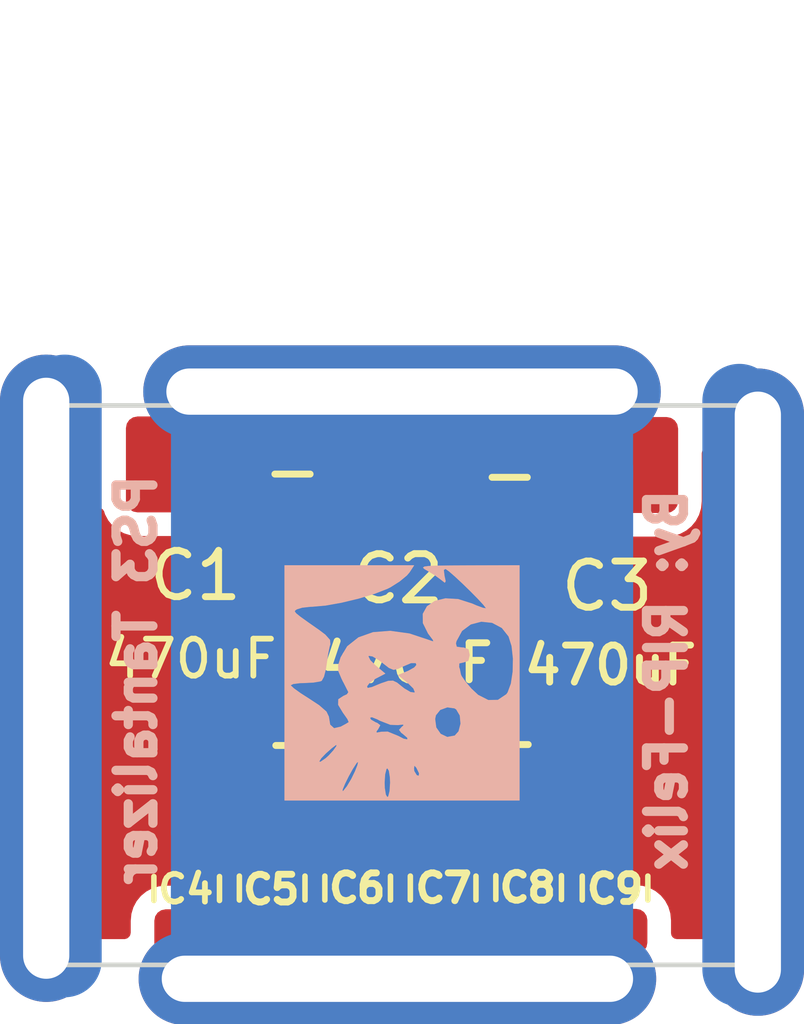
<source format=kicad_pcb>
(kicad_pcb (version 20171130) (host pcbnew "(5.1.6)-1")

  (general
    (thickness 1.6)
    (drawings 30)
    (tracks 30)
    (zones 0)
    (modules 14)
    (nets 3)
  )

  (page A4)
  (layers
    (0 F.Cu signal)
    (31 B.Cu signal hide)
    (32 B.Adhes user hide)
    (33 F.Adhes user hide)
    (34 B.Paste user hide)
    (35 F.Paste user hide)
    (36 B.SilkS user hide)
    (37 F.SilkS user)
    (38 B.Mask user hide)
    (39 F.Mask user)
    (40 Dwgs.User user hide)
    (41 Cmts.User user hide)
    (42 Eco1.User user hide)
    (43 Eco2.User user hide)
    (44 Edge.Cuts user)
    (45 Margin user hide)
    (46 B.CrtYd user hide)
    (47 F.CrtYd user hide)
    (48 B.Fab user hide)
    (49 F.Fab user hide)
  )

  (setup
    (last_trace_width 0.25)
    (trace_clearance 0.2)
    (zone_clearance 0.508)
    (zone_45_only no)
    (trace_min 0.2)
    (via_size 0.8)
    (via_drill 0.4)
    (via_min_size 0.4)
    (via_min_drill 0.3)
    (user_via 2 1.2)
    (uvia_size 0.3)
    (uvia_drill 0.1)
    (uvias_allowed no)
    (uvia_min_size 0.2)
    (uvia_min_drill 0.1)
    (edge_width 0.1)
    (segment_width 0.2)
    (pcb_text_width 0.3)
    (pcb_text_size 1.5 1.5)
    (mod_edge_width 0.15)
    (mod_text_size 1 1)
    (mod_text_width 0.15)
    (pad_size 2 14)
    (pad_drill 1)
    (pad_to_mask_clearance 0)
    (aux_axis_origin 0 0)
    (visible_elements 7FFFFFFF)
    (pcbplotparams
      (layerselection 0x010fc_ffffffff)
      (usegerberextensions false)
      (usegerberattributes true)
      (usegerberadvancedattributes true)
      (creategerberjobfile true)
      (excludeedgelayer true)
      (linewidth 0.100000)
      (plotframeref false)
      (viasonmask false)
      (mode 1)
      (useauxorigin false)
      (hpglpennumber 1)
      (hpglpenspeed 20)
      (hpglpendiameter 15.000000)
      (psnegative false)
      (psa4output false)
      (plotreference true)
      (plotvalue true)
      (plotinvisibletext false)
      (padsonsilk false)
      (subtractmaskfromsilk false)
      (outputformat 1)
      (mirror false)
      (drillshape 0)
      (scaleselection 1)
      (outputdirectory "Gerber/"))
  )

  (net 0 "")
  (net 1 GND)
  (net 2 +1V0)

  (net_class Default "This is the default net class."
    (clearance 0.2)
    (trace_width 0.25)
    (via_dia 0.8)
    (via_drill 0.4)
    (uvia_dia 0.3)
    (uvia_drill 0.1)
    (add_net +1V0)
    (add_net GND)
  )

  (net_class b ""
    (clearance 0.2)
    (trace_width 0.25)
    (via_dia 2)
    (via_drill 1.2)
    (uvia_dia 0.3)
    (uvia_drill 0.1)
  )

  (module Capacitor_Tantalum_SMD:CP_EIA-7343-20_Kemet-V (layer F.Cu) (tedit 61ABBB36) (tstamp 61183034)
    (at 141.5 93.4875 90)
    (descr "Tantalum Capacitor SMD Kemet-V (7343-20 Metric), IPC_7351 nominal, (Body size from: http://www.kemet.com/Lists/ProductCatalog/Attachments/253/KEM_TC101_STD.pdf), generated with kicad-footprint-generator")
    (tags "capacitor tantalum")
    (path /6052DB30)
    (attr smd)
    (fp_text reference C1 (at 0.7075 0.23 180) (layer F.SilkS)
      (effects (font (size 1 1) (thickness 0.15)))
    )
    (fp_text value 470uF (at -1.0925 0.13 180) (layer F.SilkS)
      (effects (font (size 0.8 0.8) (thickness 0.125)))
    )
    (fp_line (start 3.65 -2.15) (end -2.65 -2.15) (layer F.Fab) (width 0.1))
    (fp_line (start -2.65 -2.15) (end -3.65 -1.15) (layer F.Fab) (width 0.1))
    (fp_line (start -3.65 -1.15) (end -3.65 2.15) (layer F.Fab) (width 0.1))
    (fp_line (start -3.65 2.15) (end 3.65 2.15) (layer F.Fab) (width 0.1))
    (fp_line (start 3.65 2.15) (end 3.65 -2.15) (layer F.Fab) (width 0.1))
    (fp_line (start -4.4 2.4) (end -4.4 -2.4) (layer F.CrtYd) (width 0.05))
    (fp_line (start -4.4 -2.4) (end 4.4 -2.4) (layer F.CrtYd) (width 0.05))
    (fp_line (start 4.4 -2.4) (end 4.4 2.4) (layer F.CrtYd) (width 0.05))
    (fp_line (start 4.4 2.4) (end -4.4 2.4) (layer F.CrtYd) (width 0.05))
    (fp_text user %R (at 0.9175 0.03 180) (layer F.Fab) hide
      (effects (font (size 1 1) (thickness 0.15)))
    )
    (pad 1 smd roundrect (at -3.1125 0 90) (size 2.075 2.55) (layers F.Cu F.Paste F.Mask) (roundrect_rratio 0.12)
      (net 2 +1V0))
    (pad 2 smd roundrect (at 3.1125 0 90) (size 2.075 2.55) (layers F.Cu F.Paste F.Mask) (roundrect_rratio 0.120482)
      (net 1 GND))
    (model ${KISYS3DMOD}/Capacitor_Tantalum_SMD.3dshapes/CP_EIA-7343-20_Kemet-V.wrl
      (at (xyz 0 0 0))
      (scale (xyz 1 1 1))
      (rotate (xyz 0 0 0))
    )
  )

  (module Capacitor_Tantalum_SMD:CP_EIA-7343-20_Kemet-V (layer F.Cu) (tedit 61ABBB1C) (tstamp 61182FC8)
    (at 146.2 93.4875 90)
    (descr "Tantalum Capacitor SMD Kemet-V (7343-20 Metric), IPC_7351 nominal, (Body size from: http://www.kemet.com/Lists/ProductCatalog/Attachments/253/KEM_TC101_STD.pdf), generated with kicad-footprint-generator")
    (tags "capacitor tantalum")
    (path /60536A01)
    (attr smd)
    (fp_text reference C2 (at 0.6375 -0.09 180) (layer F.SilkS)
      (effects (font (size 1 1) (thickness 0.15)))
    )
    (fp_text value 470uF (at -1.1825 0.1 180) (layer F.SilkS)
      (effects (font (size 0.8 0.8) (thickness 0.15)))
    )
    (fp_line (start 3.65 2.15) (end 3.65 -2.15) (layer F.Fab) (width 0.1))
    (fp_line (start -3.65 2.15) (end 3.65 2.15) (layer F.Fab) (width 0.1))
    (fp_line (start -3.65 -1.15) (end -3.65 2.15) (layer F.Fab) (width 0.1))
    (fp_line (start -2.65 -2.15) (end -3.65 -1.15) (layer F.Fab) (width 0.1))
    (fp_line (start 3.65 -2.15) (end -2.65 -2.15) (layer F.Fab) (width 0.1))
    (fp_text user %R (at 0.8175 -0.05 180) (layer F.Fab) hide
      (effects (font (size 1 1) (thickness 0.15)))
    )
    (pad 2 smd roundrect (at 3.1125 0 90) (size 2.075 2.55) (layers F.Cu F.Paste F.Mask) (roundrect_rratio 0.120482)
      (net 1 GND))
    (pad 1 smd roundrect (at -3.1125 0 90) (size 2.075 2.55) (layers F.Cu F.Paste F.Mask) (roundrect_rratio 0.120482)
      (net 2 +1V0))
    (model ${KISYS3DMOD}/Capacitor_Tantalum_SMD.3dshapes/CP_EIA-7343-20_Kemet-V.wrl
      (at (xyz 0 0 0))
      (scale (xyz 1 1 1))
      (rotate (xyz 0 0 0))
    )
  )

  (module Capacitor_Tantalum_SMD:CP_EIA-7343-20_Kemet-V (layer F.Cu) (tedit 61ABBAE1) (tstamp 61182FFE)
    (at 150.9 93.5 90)
    (descr "Tantalum Capacitor SMD Kemet-V (7343-20 Metric), IPC_7351 nominal, (Body size from: http://www.kemet.com/Lists/ProductCatalog/Attachments/253/KEM_TC101_STD.pdf), generated with kicad-footprint-generator")
    (tags "capacitor tantalum")
    (path /60536E57)
    (attr smd)
    (fp_text reference C3 (at 0.49 -0.26) (layer F.SilkS)
      (effects (font (size 1 1) (thickness 0.15)))
    )
    (fp_text value 470uF (at -1.22 -0.19) (layer F.SilkS)
      (effects (font (size 0.8 0.8) (thickness 0.15)))
    )
    (fp_text user %R (at 0.74 -0.24) (layer F.Fab) hide
      (effects (font (size 1 1) (thickness 0.15)))
    )
    (fp_line (start 3.65 -2.15) (end -2.65 -2.15) (layer F.Fab) (width 0.1))
    (fp_line (start -2.65 -2.15) (end -3.65 -1.15) (layer F.Fab) (width 0.1))
    (fp_line (start -3.65 -1.15) (end -3.65 2.15) (layer F.Fab) (width 0.1))
    (fp_line (start -3.65 2.15) (end 3.65 2.15) (layer F.Fab) (width 0.1))
    (fp_line (start 3.65 2.15) (end 3.65 -2.15) (layer F.Fab) (width 0.1))
    (pad 2 smd roundrect (at 3.1125 0 90) (size 2.075 2.55) (layers F.Cu F.Paste F.Mask) (roundrect_rratio 0.120482)
      (net 1 GND))
    (pad 1 smd roundrect (at -3.1125 0 90) (size 2.075 2.55) (layers F.Cu F.Paste F.Mask) (roundrect_rratio 0.120482)
      (net 2 +1V0))
    (model ${KISYS3DMOD}/Capacitor_Tantalum_SMD.3dshapes/CP_EIA-7343-20_Kemet-V.wrl
      (at (xyz 0 0 0))
      (scale (xyz 1 1 1))
      (rotate (xyz 0 0 0))
    )
  )

  (module "PCB Design:RIP-Felix Logo(Small)" (layer B.Cu) (tedit 0) (tstamp 6118F703)
    (at 146.2 95.1 270)
    (fp_text reference "PS3 Tantalizer" (at -0.07 5.75 90) (layer B.SilkS)
      (effects (font (size 0.8 0.8) (thickness 0.2)) (justify mirror))
    )
    (fp_text value "By: RIP-Felix" (at -0.06 -5.73 90) (layer B.SilkS)
      (effects (font (size 0.8 0.8) (thickness 0.2)) (justify mirror))
    )
    (fp_poly (pts (xy 2.54 -2.54) (xy -2.54 -2.54) (xy -2.537458 -1.444625) (xy -2.53594 -1.050543)
      (xy -2.532413 -0.769165) (xy -2.525246 -0.586196) (xy -2.512808 -0.487339) (xy -2.49347 -0.458299)
      (xy -2.465602 -0.484781) (xy -2.43426 -0.53975) (xy -2.33163 -0.710967) (xy -2.232152 -0.846136)
      (xy -2.171183 -0.92477) (xy -2.200723 -0.941038) (xy -2.311879 -0.916549) (xy -2.444229 -0.900149)
      (xy -2.468904 -0.941417) (xy -2.417102 -1.015697) (xy -2.303334 -1.146539) (xy -2.150823 -1.310225)
      (xy -1.98279 -1.483033) (xy -1.822458 -1.641243) (xy -1.693047 -1.761135) (xy -1.61778 -1.818988)
      (xy -1.608565 -1.820231) (xy -1.618768 -1.75432) (xy -1.633194 -1.715054) (xy -1.327486 -1.715054)
      (xy -1.302778 -1.950923) (xy -1.190606 -2.16229) (xy -1.005748 -2.309035) (xy -0.795703 -2.374978)
      (xy -0.527188 -2.40424) (xy -0.242309 -2.398491) (xy 0.016826 -2.359399) (xy 0.208114 -2.288633)
      (xy 0.248383 -2.259332) (xy 0.371119 -2.076487) (xy 0.375182 -1.867545) (xy 0.262678 -1.645667)
      (xy 0.126817 -1.499639) (xy -0.025302 -1.371244) (xy -0.143241 -1.287899) (xy -0.18549 -1.27)
      (xy -0.29172 -1.249061) (xy -0.344057 -1.231456) (xy -0.42433 -1.235951) (xy -0.4445 -1.326706)
      (xy -0.478552 -1.430683) (xy -0.600083 -1.460492) (xy -0.60325 -1.4605) (xy -0.723022 -1.435173)
      (xy -0.761001 -1.334233) (xy -0.762 -1.29747) (xy -0.778621 -1.182089) (xy -0.851257 -1.162673)
      (xy -0.904875 -1.175602) (xy -1.125729 -1.295876) (xy -1.267534 -1.486199) (xy -1.327486 -1.715054)
      (xy -1.633194 -1.715054) (xy -1.670836 -1.612606) (xy -1.711977 -1.517579) (xy -1.809399 -1.21366)
      (xy -1.822529 -0.979847) (xy 0.525377 -0.979847) (xy 0.546867 -1.13587) (xy 0.572184 -1.175574)
      (xy 0.705102 -1.253887) (xy 0.883024 -1.269742) (xy 1.050076 -1.226329) (xy 1.143 -1.143)
      (xy 1.173456 -0.978099) (xy 1.104769 -0.834252) (xy 0.964706 -0.737256) (xy 0.781035 -0.712905)
      (xy 0.698647 -0.730203) (xy 0.581551 -0.824971) (xy 0.525377 -0.979847) (xy -1.822529 -0.979847)
      (xy -1.824803 -0.939369) (xy -1.769542 -0.71055) (xy -1.654974 -0.543043) (xy -1.492452 -0.45269)
      (xy -1.293331 -0.455332) (xy -1.068967 -0.566811) (xy -1.04405 -0.585755) (xy -0.928691 -0.672548)
      (xy -0.891546 -0.681167) (xy -0.912746 -0.614116) (xy -0.918043 -0.60163) (xy -1.064265 -0.160864)
      (xy -1.121525 0.253669) (xy -1.092809 0.626309) (xy -1.059344 0.7207) (xy -0.58953 0.7207)
      (xy -0.576017 0.638341) (xy -0.49681 0.502039) (xy -0.438748 0.425848) (xy -0.325856 0.28041)
      (xy -0.285699 0.18271) (xy -0.307716 0.084622) (xy -0.346466 0.005385) (xy -0.430713 -0.192844)
      (xy -0.431219 -0.298863) (xy -0.388704 -0.3175) (xy -0.32921 -0.26494) (xy -0.258211 -0.136635)
      (xy -0.250699 -0.119029) (xy -0.16849 0.079442) (xy 0.001326 -0.128625) (xy 0.11963 -0.248901)
      (xy 0.199103 -0.280288) (xy 0.212996 -0.268973) (xy 0.212516 -0.265248) (xy 1.782562 -0.265248)
      (xy 1.828721 -0.309147) (xy 1.8415 -0.3175) (xy 1.957843 -0.373594) (xy 2.013373 -0.364271)
      (xy 2.00025 -0.3175) (xy 1.909628 -0.262248) (xy 1.853627 -0.254972) (xy 1.782562 -0.265248)
      (xy 0.212516 -0.265248) (xy 0.201902 -0.182881) (xy 0.123736 -0.048825) (xy 0.084316 0.001414)
      (xy -0.00283 0.109408) (xy -0.044322 0.196373) (xy -0.039613 0.298217) (xy 0.011846 0.450846)
      (xy 0.094232 0.650875) (xy 0.094331 0.651353) (xy 0.73835 0.651353) (xy 0.785037 0.533498)
      (xy 0.812052 0.484781) (xy 0.902914 0.250896) (xy 0.908603 0.087906) (xy 0.896704 -0.028153)
      (xy 0.921906 -0.034384) (xy 0.950815 0) (xy 1.016341 0.059913) (xy 1.077779 0.013191)
      (xy 1.098337 -0.015875) (xy 1.186886 -0.118603) (xy 1.227581 -0.118252) (xy 1.210818 -0.03285)
      (xy 1.150816 0.082603) (xy 1.057451 0.310935) (xy 1.05764 0.3175) (xy 1.8415 0.3175)
      (xy 1.89861 0.281277) (xy 2.044631 0.258286) (xy 2.159 0.254) (xy 2.340115 0.265423)
      (xy 2.455073 0.294627) (xy 2.4765 0.3175) (xy 2.419389 0.353724) (xy 2.273368 0.376715)
      (xy 2.159 0.381) (xy 1.977884 0.369578) (xy 1.862926 0.340374) (xy 1.8415 0.3175)
      (xy 1.05764 0.3175) (xy 1.061399 0.447728) (xy 1.080704 0.55274) (xy 1.04527 0.554543)
      (xy 1.000602 0.520532) (xy 0.916771 0.475192) (xy 0.868383 0.538408) (xy 0.858311 0.568157)
      (xy 0.798723 0.672612) (xy 0.751448 0.6985) (xy 0.73835 0.651353) (xy 0.094331 0.651353)
      (xy 0.114325 0.747055) (xy 0.074028 0.761227) (xy -0.001064 0.704852) (xy -0.085358 0.58939)
      (xy -0.09893 0.564385) (xy -0.201121 0.366769) (xy -0.375559 0.575718) (xy -0.48905 0.688937)
      (xy -0.571441 0.730254) (xy -0.58953 0.7207) (xy -1.059344 0.7207) (xy -0.981097 0.941395)
      (xy -0.977893 0.945438) (xy 1.707018 0.945438) (xy 1.781145 0.961776) (xy 1.914625 1.014777)
      (xy 2.079625 1.09509) (xy 2.237391 1.188866) (xy 2.33458 1.266309) (xy 2.3495 1.2918)
      (xy 2.300809 1.286709) (xy 2.17912 1.235805) (xy 2.021 1.15749) (xy 1.863022 1.070162)
      (xy 1.741754 0.992224) (xy 1.719791 0.974958) (xy 1.707018 0.945438) (xy -0.977893 0.945438)
      (xy -0.789375 1.183266) (xy -0.550949 1.325383) (xy -0.381397 1.37873) (xy -0.252068 1.373556)
      (xy -0.091773 1.30569) (xy -0.075709 1.297544) (xy 0.080949 1.217822) (xy 0.185975 1.164577)
      (xy 0.200986 1.157037) (xy 0.250412 1.191087) (xy 0.28464 1.266505) (xy 0.356175 1.375897)
      (xy 0.474147 1.377982) (xy 0.648822 1.272656) (xy 0.66153 1.262761) (xy 0.780611 1.17905)
      (xy 0.848707 1.149891) (xy 0.851992 1.151636) (xy 0.893017 1.21928) (xy 0.950454 1.325701)
      (xy 0.970965 1.41426) (xy 1.3335 1.41426) (xy 1.372139 1.419061) (xy 1.463463 1.484741)
      (xy 1.570582 1.58215) (xy 1.633105 1.651) (xy 1.710299 1.764143) (xy 1.703856 1.797817)
      (xy 1.629203 1.752023) (xy 1.524 1.651) (xy 1.408281 1.520331) (xy 1.340687 1.430867)
      (xy 1.3335 1.41426) (xy 0.970965 1.41426) (xy 0.984071 1.470845) (xy 0.905051 1.558362)
      (xy 0.73025 1.586679) (xy 0.623644 1.637733) (xy 0.486849 1.794396) (xy 0.351256 2.000401)
      (xy 0.224906 2.197357) (xy 0.119813 2.343181) (xy 0.055541 2.411108) (xy 0.049631 2.413)
      (xy 0.020507 2.356032) (xy 0.002153 2.211108) (xy -0.000973 2.111375) (xy -0.010813 1.917717)
      (xy -0.034591 1.774811) (xy -0.048598 1.74008) (xy -0.13442 1.692949) (xy -0.301268 1.650335)
      (xy -0.41275 1.633464) (xy -0.620304 1.603715) (xy -0.786787 1.570136) (xy -0.837213 1.555063)
      (xy -0.929334 1.562799) (xy -1.04181 1.663611) (xy -1.13646 1.788679) (xy -1.312216 2.039847)
      (xy -1.429019 2.202662) (xy -1.501253 2.292454) (xy -1.543306 2.324552) (xy -1.569564 2.314286)
      (xy -1.594412 2.276988) (xy -1.594529 2.276802) (xy -1.630353 2.160498) (xy -1.650208 1.981217)
      (xy -1.651402 1.93675) (xy -1.67593 1.656032) (xy -1.737826 1.30956) (xy -1.82602 0.941771)
      (xy -1.929439 0.597106) (xy -2.037012 0.320002) (xy -2.071295 0.251399) (xy -2.194437 0.05652)
      (xy -2.324054 -0.101321) (xy -2.390758 -0.15914) (xy -2.54 -0.256927) (xy -2.54 2.54)
      (xy 2.54 2.54) (xy 2.54 -2.54)) (layer B.SilkS) (width 0.01))
  )

  (module "PCB Design:Slotted_VIA" (layer F.Cu) (tedit 611895EA) (tstamp 6118B6A6)
    (at 138.6 85.48)
    (fp_text reference Slot (at -3.64 8.88) (layer F.SilkS) hide
      (effects (font (size 1 1) (thickness 0.15)))
    )
    (fp_text value Slotted_VIA (at -2.56 9.5 -270) (layer F.Fab)
      (effects (font (size 1 1) (thickness 0.15)))
    )
    (pad 1 thru_hole oval (at -0.1 9.52) (size 2 14) (drill oval 1 13) (layers *.Cu *.Mask)
      (net 2 +1V0))
  )

  (module "PCB Design:Slotted_VIA" (layer F.Cu) (tedit 61186771) (tstamp 611838F7)
    (at 149.9 80.58)
    (fp_text reference Slot (at -3.35 6.03) (layer F.SilkS) hide
      (effects (font (size 1 1) (thickness 0.15)))
    )
    (fp_text value Slotted_VIA (at -3.98 5.78) (layer F.Fab)
      (effects (font (size 1 1) (thickness 0.15)))
    )
    (pad 1 thru_hole oval (at 4 14.72) (size 2 14) (drill oval 1 13) (layers *.Cu *.Mask)
      (net 2 +1V0))
  )

  (module "PCB Design:Slotted_VIA" (layer F.Cu) (tedit 61186FA1) (tstamp 6118C329)
    (at 153.82 88.8 270)
    (fp_text reference Slot (at 6.33 -3.15) (layer F.SilkS) hide
      (effects (font (size 1 1) (thickness 0.15)))
    )
    (fp_text value Slotted_VIA (at 6.33 -2.27 90) (layer F.Fab)
      (effects (font (size 1 1) (thickness 0.15)))
    )
    (pad 1 thru_hole oval (at 0 7.62 270) (size 2 11.2) (drill oval 1 10.2) (layers *.Cu *.Mask)
      (net 1 GND))
  )

  (module "PCB Design:Slotted_VIA" (layer F.Cu) (tedit 61186FB6) (tstamp 6118C280)
    (at 153.72 101.5 270)
    (fp_text reference Slot (at 1.84 7.47) (layer F.SilkS) hide
      (effects (font (size 1 1) (thickness 0.15)))
    )
    (fp_text value Slotted_VIA (at 1.89 7.32) (layer F.Fab)
      (effects (font (size 1 1) (thickness 0.15)))
    )
    (pad 1 thru_hole oval (at 0 7.62 270) (size 2 11.2) (drill oval 1 10.2) (layers *.Cu *.Mask)
      (net 1 GND))
  )

  (module Capacitor_SMD:C_0805_2012Metric (layer F.Cu) (tedit 5B36C52B) (tstamp 6180AF90)
    (at 150.81 99.5375 270)
    (descr "Capacitor SMD 0805 (2012 Metric), square (rectangular) end terminal, IPC_7351 nominal, (Body size source: https://docs.google.com/spreadsheets/d/1BsfQQcO9C6DZCsRaXUlFlo91Tg2WpOkGARC1WS5S8t0/edit?usp=sharing), generated with kicad-footprint-generator")
    (tags capacitor)
    (path /611865CF)
    (attr smd)
    (fp_text reference C9 (at 0.02 0) (layer F.SilkS)
      (effects (font (size 0.6 0.6) (thickness 0.15)))
    )
    (fp_text value 1uF (at 0 -0.02) (layer F.SilkS) hide
      (effects (font (size 0.4 0.4) (thickness 0.1)))
    )
    (fp_line (start -1 0.6) (end -1 -0.6) (layer F.Fab) (width 0.1))
    (fp_line (start -1 -0.6) (end 1 -0.6) (layer F.Fab) (width 0.1))
    (fp_line (start 1 -0.6) (end 1 0.6) (layer F.Fab) (width 0.1))
    (fp_line (start 1 0.6) (end -1 0.6) (layer F.Fab) (width 0.1))
    (fp_line (start -0.258578 -0.71) (end 0.258578 -0.71) (layer F.SilkS) (width 0.12))
    (fp_line (start -0.258578 0.71) (end 0.258578 0.71) (layer F.SilkS) (width 0.12))
    (fp_line (start -1.68 0.95) (end -1.68 -0.95) (layer F.CrtYd) (width 0.05))
    (fp_line (start -1.68 -0.95) (end 1.68 -0.95) (layer F.CrtYd) (width 0.05))
    (fp_line (start 1.68 -0.95) (end 1.68 0.95) (layer F.CrtYd) (width 0.05))
    (fp_line (start 1.68 0.95) (end -1.68 0.95) (layer F.CrtYd) (width 0.05))
    (fp_text user %R (at 0 0) (layer F.Fab) hide
      (effects (font (size 0.5 0.5) (thickness 0.08)))
    )
    (pad 1 smd roundrect (at -0.9375 0 270) (size 0.975 1.4) (layers F.Cu F.Paste F.Mask) (roundrect_rratio 0.25)
      (net 2 +1V0))
    (pad 2 smd roundrect (at 0.9375 0 270) (size 0.975 1.4) (layers F.Cu F.Paste F.Mask) (roundrect_rratio 0.25)
      (net 1 GND))
    (model ${KISYS3DMOD}/Capacitor_SMD.3dshapes/C_0805_2012Metric.wrl
      (at (xyz 0 0 0))
      (scale (xyz 1 1 1))
      (rotate (xyz 0 0 0))
    )
  )

  (module Capacitor_SMD:C_0805_2012Metric (layer F.Cu) (tedit 5B36C52B) (tstamp 61183128)
    (at 148.94 99.5275 270)
    (descr "Capacitor SMD 0805 (2012 Metric), square (rectangular) end terminal, IPC_7351 nominal, (Body size source: https://docs.google.com/spreadsheets/d/1BsfQQcO9C6DZCsRaXUlFlo91Tg2WpOkGARC1WS5S8t0/edit?usp=sharing), generated with kicad-footprint-generator")
    (tags capacitor)
    (path /60538101)
    (attr smd)
    (fp_text reference C8 (at 0.0025 0.02) (layer F.SilkS)
      (effects (font (size 0.6 0.6) (thickness 0.15)))
    )
    (fp_text value 2.2uF (at 0.0025 -0.01) (layer F.SilkS) hide
      (effects (font (size 0.3 0.3) (thickness 0.075)))
    )
    (fp_line (start -1 0.6) (end -1 -0.6) (layer F.Fab) (width 0.1))
    (fp_line (start -1 -0.6) (end 1 -0.6) (layer F.Fab) (width 0.1))
    (fp_line (start 1 -0.6) (end 1 0.6) (layer F.Fab) (width 0.1))
    (fp_line (start 1 0.6) (end -1 0.6) (layer F.Fab) (width 0.1))
    (fp_line (start -0.258578 -0.71) (end 0.258578 -0.71) (layer F.SilkS) (width 0.12))
    (fp_line (start -0.258578 0.71) (end 0.258578 0.71) (layer F.SilkS) (width 0.12))
    (fp_line (start -1.68 0.95) (end -1.68 -0.95) (layer F.CrtYd) (width 0.05))
    (fp_line (start -1.68 -0.95) (end 1.68 -0.95) (layer F.CrtYd) (width 0.05))
    (fp_line (start 1.68 -0.95) (end 1.68 0.95) (layer F.CrtYd) (width 0.05))
    (fp_line (start 1.68 0.95) (end -1.68 0.95) (layer F.CrtYd) (width 0.05))
    (fp_text user %R (at 0 0) (layer F.Fab) hide
      (effects (font (size 0.5 0.5) (thickness 0.08)))
    )
    (pad 1 smd roundrect (at -0.9375 0 270) (size 0.975 1.4) (layers F.Cu F.Paste F.Mask) (roundrect_rratio 0.25)
      (net 2 +1V0))
    (pad 2 smd roundrect (at 0.9375 0 270) (size 0.975 1.4) (layers F.Cu F.Paste F.Mask) (roundrect_rratio 0.25)
      (net 1 GND))
    (model ${KISYS3DMOD}/Capacitor_SMD.3dshapes/C_0805_2012Metric.wrl
      (at (xyz 0 0 0))
      (scale (xyz 1 1 1))
      (rotate (xyz 0 0 0))
    )
  )

  (module Capacitor_SMD:C_0805_2012Metric (layer F.Cu) (tedit 5B36C52B) (tstamp 61183098)
    (at 147.09 99.5375 270)
    (descr "Capacitor SMD 0805 (2012 Metric), square (rectangular) end terminal, IPC_7351 nominal, (Body size source: https://docs.google.com/spreadsheets/d/1BsfQQcO9C6DZCsRaXUlFlo91Tg2WpOkGARC1WS5S8t0/edit?usp=sharing), generated with kicad-footprint-generator")
    (tags capacitor)
    (path /60537ADB)
    (attr smd)
    (fp_text reference C7 (at 0.0025 -0.01) (layer F.SilkS)
      (effects (font (size 0.6 0.6) (thickness 0.15)))
    )
    (fp_text value 4.7uF (at -0.0075 -0.01) (layer F.SilkS) hide
      (effects (font (size 0.3 0.3) (thickness 0.075)))
    )
    (fp_line (start -1 0.6) (end -1 -0.6) (layer F.Fab) (width 0.1))
    (fp_line (start -1 -0.6) (end 1 -0.6) (layer F.Fab) (width 0.1))
    (fp_line (start 1 -0.6) (end 1 0.6) (layer F.Fab) (width 0.1))
    (fp_line (start 1 0.6) (end -1 0.6) (layer F.Fab) (width 0.1))
    (fp_line (start -0.258578 -0.71) (end 0.258578 -0.71) (layer F.SilkS) (width 0.12))
    (fp_line (start -0.258578 0.71) (end 0.258578 0.71) (layer F.SilkS) (width 0.12))
    (fp_line (start -1.68 0.95) (end -1.68 -0.95) (layer F.CrtYd) (width 0.05))
    (fp_line (start -1.68 -0.95) (end 1.68 -0.95) (layer F.CrtYd) (width 0.05))
    (fp_line (start 1.68 -0.95) (end 1.68 0.95) (layer F.CrtYd) (width 0.05))
    (fp_line (start 1.68 0.95) (end -1.68 0.95) (layer F.CrtYd) (width 0.05))
    (fp_text user %R (at 0 0) (layer F.Fab) hide
      (effects (font (size 0.5 0.5) (thickness 0.08)))
    )
    (pad 1 smd roundrect (at -0.9375 0 270) (size 0.975 1.4) (layers F.Cu F.Paste F.Mask) (roundrect_rratio 0.25)
      (net 2 +1V0))
    (pad 2 smd roundrect (at 0.9375 0 270) (size 0.975 1.4) (layers F.Cu F.Paste F.Mask) (roundrect_rratio 0.25)
      (net 1 GND))
    (model ${KISYS3DMOD}/Capacitor_SMD.3dshapes/C_0805_2012Metric.wrl
      (at (xyz 0 0 0))
      (scale (xyz 1 1 1))
      (rotate (xyz 0 0 0))
    )
  )

  (module Capacitor_SMD:C_0805_2012Metric (layer F.Cu) (tedit 5B36C52B) (tstamp 611830C8)
    (at 145.24 99.5375 270)
    (descr "Capacitor SMD 0805 (2012 Metric), square (rectangular) end terminal, IPC_7351 nominal, (Body size source: https://docs.google.com/spreadsheets/d/1BsfQQcO9C6DZCsRaXUlFlo91Tg2WpOkGARC1WS5S8t0/edit?usp=sharing), generated with kicad-footprint-generator")
    (tags capacitor)
    (path /60537810)
    (attr smd)
    (fp_text reference C6 (at 0.0025 0.01) (layer F.SilkS)
      (effects (font (size 0.6 0.6) (thickness 0.15)))
    )
    (fp_text value 10uF (at -0.0075 0.01) (layer F.SilkS) hide
      (effects (font (size 0.3 0.3) (thickness 0.075)))
    )
    (fp_line (start -1 0.6) (end -1 -0.6) (layer F.Fab) (width 0.1))
    (fp_line (start -1 -0.6) (end 1 -0.6) (layer F.Fab) (width 0.1))
    (fp_line (start 1 -0.6) (end 1 0.6) (layer F.Fab) (width 0.1))
    (fp_line (start 1 0.6) (end -1 0.6) (layer F.Fab) (width 0.1))
    (fp_line (start -0.258578 -0.71) (end 0.258578 -0.71) (layer F.SilkS) (width 0.12))
    (fp_line (start -0.258578 0.71) (end 0.258578 0.71) (layer F.SilkS) (width 0.12))
    (fp_line (start -1.68 0.95) (end -1.68 -0.95) (layer F.CrtYd) (width 0.05))
    (fp_line (start -1.68 -0.95) (end 1.68 -0.95) (layer F.CrtYd) (width 0.05))
    (fp_line (start 1.68 -0.95) (end 1.68 0.95) (layer F.CrtYd) (width 0.05))
    (fp_line (start 1.68 0.95) (end -1.68 0.95) (layer F.CrtYd) (width 0.05))
    (fp_text user %R (at 0 0) (layer F.Fab) hide
      (effects (font (size 0.5 0.5) (thickness 0.08)))
    )
    (pad 1 smd roundrect (at -0.9375 0 270) (size 0.975 1.4) (layers F.Cu F.Paste F.Mask) (roundrect_rratio 0.25)
      (net 2 +1V0))
    (pad 2 smd roundrect (at 0.9375 0 270) (size 0.975 1.4) (layers F.Cu F.Paste F.Mask) (roundrect_rratio 0.25)
      (net 1 GND))
    (model ${KISYS3DMOD}/Capacitor_SMD.3dshapes/C_0805_2012Metric.wrl
      (at (xyz 0 0 0))
      (scale (xyz 1 1 1))
      (rotate (xyz 0 0 0))
    )
  )

  (module Capacitor_SMD:C_0805_2012Metric (layer F.Cu) (tedit 5B36C52B) (tstamp 611830F8)
    (at 143.39 99.5375 270)
    (descr "Capacitor SMD 0805 (2012 Metric), square (rectangular) end terminal, IPC_7351 nominal, (Body size source: https://docs.google.com/spreadsheets/d/1BsfQQcO9C6DZCsRaXUlFlo91Tg2WpOkGARC1WS5S8t0/edit?usp=sharing), generated with kicad-footprint-generator")
    (tags capacitor)
    (path /6053751D)
    (attr smd)
    (fp_text reference C5 (at 0.0325 0.02) (layer F.SilkS)
      (effects (font (size 0.6 0.6) (thickness 0.15)))
    )
    (fp_text value 22uF (at -0.0175 -0.02) (layer F.SilkS) hide
      (effects (font (size 0.3 0.3) (thickness 0.075)))
    )
    (fp_line (start -1 0.6) (end -1 -0.6) (layer F.Fab) (width 0.1))
    (fp_line (start -1 -0.6) (end 1 -0.6) (layer F.Fab) (width 0.1))
    (fp_line (start 1 -0.6) (end 1 0.6) (layer F.Fab) (width 0.1))
    (fp_line (start 1 0.6) (end -1 0.6) (layer F.Fab) (width 0.1))
    (fp_line (start -0.258578 -0.71) (end 0.258578 -0.71) (layer F.SilkS) (width 0.12))
    (fp_line (start -0.258578 0.71) (end 0.258578 0.71) (layer F.SilkS) (width 0.12))
    (fp_line (start -1.68 0.95) (end -1.68 -0.95) (layer F.CrtYd) (width 0.05))
    (fp_line (start -1.68 -0.95) (end 1.68 -0.95) (layer F.CrtYd) (width 0.05))
    (fp_line (start 1.68 -0.95) (end 1.68 0.95) (layer F.CrtYd) (width 0.05))
    (fp_line (start 1.68 0.95) (end -1.68 0.95) (layer F.CrtYd) (width 0.05))
    (fp_text user %R (at 0 0) (layer F.Fab) hide
      (effects (font (size 0.5 0.5) (thickness 0.08)))
    )
    (pad 1 smd roundrect (at -0.9375 0 270) (size 0.975 1.4) (layers F.Cu F.Paste F.Mask) (roundrect_rratio 0.25)
      (net 2 +1V0))
    (pad 2 smd roundrect (at 0.9375 0 270) (size 0.975 1.4) (layers F.Cu F.Paste F.Mask) (roundrect_rratio 0.25)
      (net 1 GND))
    (model ${KISYS3DMOD}/Capacitor_SMD.3dshapes/C_0805_2012Metric.wrl
      (at (xyz 0 0 0))
      (scale (xyz 1 1 1))
      (rotate (xyz 0 0 0))
    )
  )

  (module Capacitor_SMD:C_0805_2012Metric (layer F.Cu) (tedit 5B36C52B) (tstamp 6118B9A9)
    (at 141.54 99.5475 270)
    (descr "Capacitor SMD 0805 (2012 Metric), square (rectangular) end terminal, IPC_7351 nominal, (Body size source: https://docs.google.com/spreadsheets/d/1BsfQQcO9C6DZCsRaXUlFlo91Tg2WpOkGARC1WS5S8t0/edit?usp=sharing), generated with kicad-footprint-generator")
    (tags capacitor)
    (path /60537181)
    (attr smd)
    (fp_text reference C4 (at 0.0125 0.02 180) (layer F.SilkS)
      (effects (font (size 0.6 0.6) (thickness 0.125)))
    )
    (fp_text value 47uF (at -0.0075 0.02) (layer F.SilkS) hide
      (effects (font (size 0.3 0.3) (thickness 0.075)))
    )
    (fp_line (start 1.68 0.95) (end -1.68 0.95) (layer F.CrtYd) (width 0.05))
    (fp_line (start 1.68 -0.95) (end 1.68 0.95) (layer F.CrtYd) (width 0.05))
    (fp_line (start -1.68 -0.95) (end 1.68 -0.95) (layer F.CrtYd) (width 0.05))
    (fp_line (start -1.68 0.95) (end -1.68 -0.95) (layer F.CrtYd) (width 0.05))
    (fp_line (start -0.258578 0.71) (end 0.258578 0.71) (layer F.SilkS) (width 0.12))
    (fp_line (start -0.258578 -0.71) (end 0.258578 -0.71) (layer F.SilkS) (width 0.12))
    (fp_line (start 1 0.6) (end -1 0.6) (layer F.Fab) (width 0.1))
    (fp_line (start 1 -0.6) (end 1 0.6) (layer F.Fab) (width 0.1))
    (fp_line (start -1 -0.6) (end 1 -0.6) (layer F.Fab) (width 0.1))
    (fp_line (start -1 0.6) (end -1 -0.6) (layer F.Fab) (width 0.1))
    (fp_text user %R (at 0 0) (layer F.Fab) hide
      (effects (font (size 0.5 0.5) (thickness 0.08)))
    )
    (pad 2 smd roundrect (at 0.9375 0 270) (size 0.975 1.4) (layers F.Cu F.Paste F.Mask) (roundrect_rratio 0.25)
      (net 1 GND))
    (pad 1 smd roundrect (at -0.9375 0 270) (size 0.975 1.4) (layers F.Cu F.Paste F.Mask) (roundrect_rratio 0.25)
      (net 2 +1V0))
    (model ${KISYS3DMOD}/Capacitor_SMD.3dshapes/C_0805_2012Metric.wrl
      (at (xyz 0 0 0))
      (scale (xyz 1 1 1))
      (rotate (xyz 0 0 0))
    )
  )

  (gr_text - (at 148.53 90.58) (layer F.SilkS)
    (effects (font (size 1 1) (thickness 0.15)))
  )
  (gr_text - (at 143.83 90.51) (layer F.SilkS)
    (effects (font (size 1 1) (thickness 0.15)))
  )
  (gr_text + (at 148.55 96.36) (layer F.SilkS)
    (effects (font (size 1 1) (thickness 0.15)))
  )
  (gr_text + (at 143.85 96.38) (layer F.SilkS)
    (effects (font (size 1 1) (thickness 0.15)))
  )
  (gr_poly (pts (xy 139.6 101.2) (xy 137.63 101.2) (xy 137.71 89.09) (xy 139.6 89.09)) (layer B.Mask) (width 0.1) (tstamp 6118C4D4))
  (gr_poly (pts (xy 154.7 101.22) (xy 152.8 101.22) (xy 152.8 89.11) (xy 154.71 89.11)) (layer B.Mask) (width 0.1) (tstamp 6118C4D0))
  (gr_poly (pts (xy 151.36 101.22) (xy 149.46 101.22) (xy 149.47 89.11) (xy 151.37 89.11)) (layer B.Mask) (width 0.1) (tstamp 6118C45C))
  (gr_poly (pts (xy 142.85 101.2) (xy 140.95 101.2) (xy 141.03 89.09) (xy 142.93 89.09)) (layer B.Mask) (width 0.1))
  (gr_line (start 138.8 89.1) (end 138.8 101.2) (layer Edge.Cuts) (width 0.1) (tstamp 61189DAF))
  (gr_line (start 153.6 89.1) (end 138.8 89.1) (layer Edge.Cuts) (width 0.1))
  (gr_line (start 153.6 101.2) (end 153.6 89.1) (layer Edge.Cuts) (width 0.1))
  (gr_line (start 138.8 101.2) (end 153.6 101.2) (layer Edge.Cuts) (width 0.1))
  (gr_poly (pts (xy 139.6 101.2) (xy 138 101.2) (xy 138 89.1) (xy 139.6 89.1)) (layer Dwgs.User) (width 0.1))
  (dimension 1.9 (width 0.15) (layer Dwgs.User) (tstamp 61182655)
    (gr_text "1.900 mm" (at 141.85 104.9) (layer Dwgs.User) (tstamp 61182655)
      (effects (font (size 1 1) (thickness 0.15)))
    )
    (feature1 (pts (xy 142.8 102.7) (xy 142.8 104.186421)))
    (feature2 (pts (xy 140.9 102.7) (xy 140.9 104.186421)))
    (crossbar (pts (xy 140.9 103.6) (xy 142.8 103.6)))
    (arrow1a (pts (xy 142.8 103.6) (xy 141.673496 104.186421)))
    (arrow1b (pts (xy 142.8 103.6) (xy 141.673496 103.013579)))
    (arrow2a (pts (xy 140.9 103.6) (xy 142.026504 104.186421)))
    (arrow2b (pts (xy 140.9 103.6) (xy 142.026504 103.013579)))
  )
  (dimension 1.6 (width 0.15) (layer Dwgs.User) (tstamp 61182653)
    (gr_text "1.600 mm" (at 153.6 104.799999) (layer Dwgs.User) (tstamp 61182653)
      (effects (font (size 1 1) (thickness 0.15)))
    )
    (feature1 (pts (xy 154.4 102.9) (xy 154.4 104.08642)))
    (feature2 (pts (xy 152.8 102.9) (xy 152.8 104.08642)))
    (crossbar (pts (xy 152.8 103.499999) (xy 154.4 103.499999)))
    (arrow1a (pts (xy 154.4 103.499999) (xy 153.273496 104.08642)))
    (arrow1b (pts (xy 154.4 103.499999) (xy 153.273496 102.913578)))
    (arrow2a (pts (xy 152.8 103.499999) (xy 153.926504 104.08642)))
    (arrow2b (pts (xy 152.8 103.499999) (xy 153.926504 102.913578)))
  )
  (gr_poly (pts (xy 150 112.4) (xy 146.5 112.4) (xy 146.5 109.6) (xy 150 109.6)) (layer Dwgs.User) (width 0.1) (tstamp 61182652))
  (dimension 14.2 (width 0.15) (layer Dwgs.User) (tstamp 61182FAC)
    (gr_text "14.200 mm" (at 135.7 95.2 270) (layer Dwgs.User) (tstamp 61182FAC)
      (effects (font (size 1 1) (thickness 0.15)))
    )
    (feature1 (pts (xy 138.1 102.3) (xy 136.413579 102.3)))
    (feature2 (pts (xy 138.1 88.1) (xy 136.413579 88.1)))
    (crossbar (pts (xy 137 88.1) (xy 137 102.3)))
    (arrow1a (pts (xy 137 102.3) (xy 136.413579 101.173496)))
    (arrow1b (pts (xy 137 102.3) (xy 137.586421 101.173496)))
    (arrow2a (pts (xy 137 88.1) (xy 136.413579 89.226504)))
    (arrow2b (pts (xy 137 88.1) (xy 137.586421 89.226504)))
  )
  (dimension 4.3 (width 0.15) (layer Dwgs.User) (tstamp 6118264E)
    (gr_text "4.300 mm" (at 152.3 110.25 90) (layer Dwgs.User) (tstamp 6118264E)
      (effects (font (size 1 1) (thickness 0.15)))
    )
    (feature1 (pts (xy 154.5 108.1) (xy 153.013579 108.1)))
    (feature2 (pts (xy 154.5 112.4) (xy 153.013579 112.4)))
    (crossbar (pts (xy 153.6 112.4) (xy 153.6 108.1)))
    (arrow1a (pts (xy 153.6 108.1) (xy 154.186421 109.226504)))
    (arrow1b (pts (xy 153.6 108.1) (xy 153.013579 109.226504)))
    (arrow2a (pts (xy 153.6 112.4) (xy 154.186421 111.273496)))
    (arrow2b (pts (xy 153.6 112.4) (xy 153.013579 111.273496)))
  )
  (dimension 2.8 (width 0.15) (layer Dwgs.User) (tstamp 6118264C)
    (gr_text "2.800 mm" (at 143.6 111 90) (layer Dwgs.User) (tstamp 6118264C)
      (effects (font (size 1 1) (thickness 0.15)))
    )
    (feature1 (pts (xy 146.5 109.6) (xy 144.313579 109.6)))
    (feature2 (pts (xy 146.5 112.4) (xy 144.313579 112.4)))
    (crossbar (pts (xy 144.9 112.4) (xy 144.9 109.6)))
    (arrow1a (pts (xy 144.9 109.6) (xy 145.486421 110.726504)))
    (arrow1b (pts (xy 144.9 109.6) (xy 144.313579 110.726504)))
    (arrow2a (pts (xy 144.9 112.4) (xy 145.486421 111.273496)))
    (arrow2b (pts (xy 144.9 112.4) (xy 144.313579 111.273496)))
  )
  (dimension 13.2 (width 0.15) (layer Dwgs.User) (tstamp 6118264A)
    (gr_text "13.200 mm" (at 146.2 81) (layer Dwgs.User) (tstamp 6118264A)
      (effects (font (size 1 1) (thickness 0.15)))
    )
    (feature1 (pts (xy 152.8 88.1) (xy 152.8 81.713579)))
    (feature2 (pts (xy 139.6 88.1) (xy 139.6 81.713579)))
    (crossbar (pts (xy 139.6 82.3) (xy 152.8 82.3)))
    (arrow1a (pts (xy 152.8 82.3) (xy 151.673496 82.886421)))
    (arrow1b (pts (xy 152.8 82.3) (xy 151.673496 81.713579)))
    (arrow2a (pts (xy 139.6 82.3) (xy 140.726504 82.886421)))
    (arrow2b (pts (xy 139.6 82.3) (xy 140.726504 81.713579)))
  )
  (gr_poly (pts (xy 141.1 88.1) (xy 142.9 88.1) (xy 142.8 102.3) (xy 141 102.3)) (layer Dwgs.User) (width 0.1) (tstamp 61182FB1))
  (gr_poly (pts (xy 154.5 108.1) (xy 161.8 108.1) (xy 161.8 112.4) (xy 154.5 112.4)) (layer Dwgs.User) (width 0.1) (tstamp 61182648))
  (dimension 10.2 (width 0.15) (layer Dwgs.User) (tstamp 61182646)
    (gr_text "10.200 mm" (at 146.2 83.5) (layer Dwgs.User) (tstamp 61182646)
      (effects (font (size 1 1) (thickness 0.15)))
    )
    (feature1 (pts (xy 151.3 88.1) (xy 151.3 84.213579)))
    (feature2 (pts (xy 141.1 88.1) (xy 141.1 84.213579)))
    (crossbar (pts (xy 141.1 84.8) (xy 151.3 84.8)))
    (arrow1a (pts (xy 151.3 84.8) (xy 150.173496 85.386421)))
    (arrow1b (pts (xy 151.3 84.8) (xy 150.173496 84.213579)))
    (arrow2a (pts (xy 141.1 84.8) (xy 142.226504 85.386421)))
    (arrow2b (pts (xy 141.1 84.8) (xy 142.226504 84.213579)))
  )
  (gr_poly (pts (xy 138 88.1) (xy 139.6 88.1) (xy 139.6 102.3) (xy 138 102.3)) (layer Dwgs.User) (width 0.1) (tstamp 61182FA5))
  (dimension 3.5 (width 0.15) (layer Dwgs.User) (tstamp 61182643)
    (gr_text "3.500 mm" (at 148.25 114.7) (layer Dwgs.User) (tstamp 61182643)
      (effects (font (size 1 1) (thickness 0.15)))
    )
    (feature1 (pts (xy 150 112.4) (xy 150 113.986421)))
    (feature2 (pts (xy 146.5 112.4) (xy 146.5 113.986421)))
    (crossbar (pts (xy 146.5 113.4) (xy 150 113.4)))
    (arrow1a (pts (xy 150 113.4) (xy 148.873496 113.986421)))
    (arrow1b (pts (xy 150 113.4) (xy 148.873496 112.813579)))
    (arrow2a (pts (xy 146.5 113.4) (xy 147.626504 113.986421)))
    (arrow2b (pts (xy 146.5 113.4) (xy 147.626504 112.813579)))
  )
  (dimension 7.3 (width 0.15) (layer Dwgs.User) (tstamp 61182641)
    (gr_text "7.300 mm" (at 158.15 114.5) (layer Dwgs.User) (tstamp 61182641)
      (effects (font (size 1 1) (thickness 0.15)))
    )
    (feature1 (pts (xy 161.8 112.4) (xy 161.8 113.786421)))
    (feature2 (pts (xy 154.5 112.4) (xy 154.5 113.786421)))
    (crossbar (pts (xy 154.5 113.2) (xy 161.8 113.2)))
    (arrow1a (pts (xy 161.8 113.2) (xy 160.673496 113.786421)))
    (arrow1b (pts (xy 161.8 113.2) (xy 160.673496 112.613579)))
    (arrow2a (pts (xy 154.5 113.2) (xy 155.626504 113.786421)))
    (arrow2b (pts (xy 154.5 113.2) (xy 155.626504 112.613579)))
  )
  (gr_poly (pts (xy 152.8 88.1) (xy 154.4 88.1) (xy 154.4 102.3) (xy 152.8 102.3)) (layer Dwgs.User) (width 0.1) (tstamp 6118B670))
  (gr_poly (pts (xy 149.5 88.1) (xy 151.3 88.1) (xy 151.3 102.3) (xy 149.5 102.3)) (layer Dwgs.User) (width 0.1) (tstamp 61182FB4))
  (dimension 6.6 (width 0.15) (layer Dwgs.User) (tstamp 6118263D)
    (gr_text "6.600 mm" (at 146.2 85.9) (layer Dwgs.User) (tstamp 6118263D)
      (effects (font (size 1 1) (thickness 0.15)))
    )
    (feature1 (pts (xy 149.5 88.1) (xy 149.5 86.613579)))
    (feature2 (pts (xy 142.9 88.1) (xy 142.9 86.613579)))
    (crossbar (pts (xy 142.9 87.2) (xy 149.5 87.2)))
    (arrow1a (pts (xy 149.5 87.2) (xy 148.373496 87.786421)))
    (arrow1b (pts (xy 149.5 87.2) (xy 148.373496 86.613579)))
    (arrow2a (pts (xy 142.9 87.2) (xy 144.026504 87.786421)))
    (arrow2b (pts (xy 142.9 87.2) (xy 144.026504 86.613579)))
  )
  (dimension 16.4 (width 0.15) (layer Dwgs.User) (tstamp 6118263B)
    (gr_text "16.400 mm" (at 146.2 78.5) (layer Dwgs.User) (tstamp 6118263B)
      (effects (font (size 1 1) (thickness 0.15)))
    )
    (feature1 (pts (xy 154.4 88.1) (xy 154.4 79.213579)))
    (feature2 (pts (xy 138 88.1) (xy 138 79.213579)))
    (crossbar (pts (xy 138 79.8) (xy 154.4 79.8)))
    (arrow1a (pts (xy 154.4 79.8) (xy 153.273496 80.386421)))
    (arrow1b (pts (xy 154.4 79.8) (xy 153.273496 79.213579)))
    (arrow2a (pts (xy 138 79.8) (xy 139.126504 80.386421)))
    (arrow2b (pts (xy 138 79.8) (xy 139.126504 79.213579)))
  )

  (segment (start 141.5 89.6) (end 141.54799 89.55201) (width 0.25) (layer F.Cu) (net 1))
  (segment (start 141.5 90.375) (end 141.5 89.6) (width 0.25) (layer F.Cu) (net 1))
  (segment (start 150.9 89.6) (end 150.85201 89.55201) (width 0.25) (layer F.Cu) (net 1))
  (segment (start 150.9 90.3875) (end 150.9 89.6) (width 0.25) (layer F.Cu) (net 1))
  (segment (start 150.9 100.7) (end 150.85201 100.74799) (width 0.25) (layer F.Cu) (net 1))
  (segment (start 142 100.64799) (end 141.9 100.74799) (width 0.25) (layer B.Cu) (net 1))
  (segment (start 150.8875 90.375) (end 150.9 90.3875) (width 0.25) (layer F.Cu) (net 1))
  (segment (start 141.5125 90.3875) (end 141.5 90.375) (width 0.25) (layer F.Cu) (net 1))
  (segment (start 150.9 90.3875) (end 141.5125 90.3875) (width 2.1) (layer F.Cu) (net 1))
  (segment (start 150.2 90.4) (end 150.4 90.6) (width 0.25) (layer B.Cu) (net 1))
  (segment (start 142 89.6) (end 142 90.4) (width 1.6) (layer B.Cu) (net 1))
  (segment (start 142.1 89.2) (end 150.3 89.2) (width 1.6) (layer B.Cu) (net 1))
  (segment (start 142 90.4) (end 142 100.64799) (width 1.6) (layer B.Cu) (net 1))
  (segment (start 150.4 90.6) (end 150.4 100.74799) (width 1.6) (layer B.Cu) (net 1))
  (segment (start 150.4 89.7) (end 150.4 90.6) (width 1.6) (layer B.Cu) (net 1))
  (segment (start 142.1 101.2) (end 150.3 101.2) (width 1.6) (layer B.Cu) (net 1) (tstamp 6118C034))
  (segment (start 142.1 99.7) (end 150.3 99.7) (width 1.6) (layer B.Cu) (net 1) (tstamp 6118C036))
  (segment (start 142 98.34) (end 150.2 98.34) (width 1.6) (layer B.Cu) (net 1) (tstamp 6118C038))
  (segment (start 142.08 96.9) (end 150.28 96.9) (width 1.6) (layer B.Cu) (net 1) (tstamp 6118C03A))
  (segment (start 142.07 95.41) (end 150.27 95.41) (width 1.6) (layer B.Cu) (net 1) (tstamp 6118C03C))
  (segment (start 142.12 93.92) (end 150.32 93.92) (width 1.6) (layer B.Cu) (net 1) (tstamp 6118C03E))
  (segment (start 142.13 92.49) (end 150.33 92.49) (width 1.6) (layer B.Cu) (net 1) (tstamp 6118C040))
  (segment (start 142.12 91.04) (end 150.32 91.04) (width 1.6) (layer B.Cu) (net 1) (tstamp 6118C042))
  (segment (start 142.05 89.92) (end 150.25 89.92) (width 1.6) (layer B.Cu) (net 1) (tstamp 6118FFFA))
  (segment (start 150.8 100.485) (end 150.81 100.475) (width 0.25) (layer F.Cu) (net 1))
  (segment (start 141.54 100.485) (end 150.8 100.485) (width 1) (layer F.Cu) (net 1))
  (segment (start 153.55 89.3) (end 153.55 101.1) (width 1.6) (layer F.Cu) (net 2))
  (segment (start 138.8 89.29) (end 138.8 101.09) (width 1.6) (layer F.Cu) (net 2) (tstamp 6118C0E4))
  (segment (start 138.9 88.8) (end 138.9 101.1) (width 1.6) (layer B.Cu) (net 2) (tstamp 6118C05C))
  (segment (start 153.5 89) (end 153.5 101.3) (width 1.6) (layer B.Cu) (net 2) (tstamp 6118C070))

  (zone (net 1) (net_name GND) (layer B.Cu) (tstamp 61190058) (hatch edge 0.508)
    (connect_pads (clearance 0.508))
    (min_thickness 0.254)
    (fill yes (arc_segments 32) (thermal_gap 0.508) (thermal_bridge_width 0.508) (smoothing fillet))
    (polygon
      (pts
        (xy 151.2 101.2) (xy 149.4 101.2) (xy 149.4 89.1) (xy 151.2 89.1)
      )
    )
    (filled_polygon
      (pts
        (xy 151.073 99.908672) (xy 150.827 99.865) (xy 149.527 99.865) (xy 149.527 90.435) (xy 150.927 90.435)
        (xy 151.073 90.409081)
      )
    )
  )
  (zone (net 1) (net_name GND) (layer B.Cu) (tstamp 61190055) (hatch edge 0.508)
    (connect_pads (clearance 0.508))
    (min_thickness 0.254)
    (fill yes (arc_segments 32) (thermal_gap 0.508) (thermal_bridge_width 0.508) (smoothing fillet))
    (polygon
      (pts
        (xy 142.985876 101.2) (xy 141.185876 101.2) (xy 141.285876 89.1) (xy 143.085876 89.1)
      )
    )
    (filled_polygon
      (pts
        (xy 141.473 90.435) (xy 142.947839 90.435) (xy 142.869904 99.865) (xy 141.373 99.865) (xy 141.323841 99.873727)
        (xy 141.401952 90.422387)
      )
    )
  )
  (zone (net 2) (net_name +1V0) (layer F.Cu) (tstamp 61190052) (hatch edge 0.508)
    (connect_pads yes (clearance 0.508))
    (min_thickness 0.254)
    (fill yes (arc_segments 32) (thermal_gap 0.508) (thermal_bridge_width 0.508) (smoothing chamfer) (radius 1))
    (polygon
      (pts
        (xy 153.705 102.46) (xy 139.555 102.36) (xy 139.5 89.6) (xy 153.55 89.7)
      )
    )
    (filled_polygon
      (pts
        (xy 152.915001 90.235183) (xy 152.915 100.515) (xy 152.148072 100.515) (xy 152.148072 100.23125) (xy 152.131128 100.059215)
        (xy 152.080947 99.893791) (xy 151.999458 99.741336) (xy 151.889792 99.607708) (xy 151.756164 99.498042) (xy 151.603709 99.416553)
        (xy 151.438285 99.366372) (xy 151.26625 99.349428) (xy 150.35375 99.349428) (xy 150.347942 99.35) (xy 149.503589 99.35)
        (xy 149.39625 99.339428) (xy 148.48375 99.339428) (xy 148.376411 99.35) (xy 147.552058 99.35) (xy 147.54625 99.349428)
        (xy 146.63375 99.349428) (xy 146.627942 99.35) (xy 145.702058 99.35) (xy 145.69625 99.349428) (xy 144.78375 99.349428)
        (xy 144.777942 99.35) (xy 143.852058 99.35) (xy 143.84625 99.349428) (xy 142.93375 99.349428) (xy 142.927942 99.35)
        (xy 141.484248 99.35) (xy 141.388523 99.359428) (xy 141.08375 99.359428) (xy 140.911715 99.376372) (xy 140.746291 99.426553)
        (xy 140.593836 99.508042) (xy 140.460208 99.617708) (xy 140.350542 99.751336) (xy 140.269053 99.903791) (xy 140.218872 100.069215)
        (xy 140.201928 100.24125) (xy 140.201928 100.504439) (xy 140.193261 100.515) (xy 139.674049 100.515) (xy 139.634923 91.43772)
        (xy 139.654528 91.50235) (xy 139.736595 91.655886) (xy 139.847038 91.790462) (xy 139.981614 91.900905) (xy 140.13515 91.982972)
        (xy 140.301746 92.033508) (xy 140.475 92.050572) (xy 141.207088 92.050572) (xy 141.42973 92.0725) (xy 150.98277 92.0725)
        (xy 151.078495 92.063072) (xy 151.925 92.063072) (xy 152.098254 92.046008) (xy 152.26485 91.995472) (xy 152.418386 91.913405)
        (xy 152.552962 91.802962) (xy 152.663405 91.668386) (xy 152.745472 91.51485) (xy 152.796008 91.348254) (xy 152.813072 91.175)
        (xy 152.813072 90.133765)
      )
    )
  )
)

</source>
